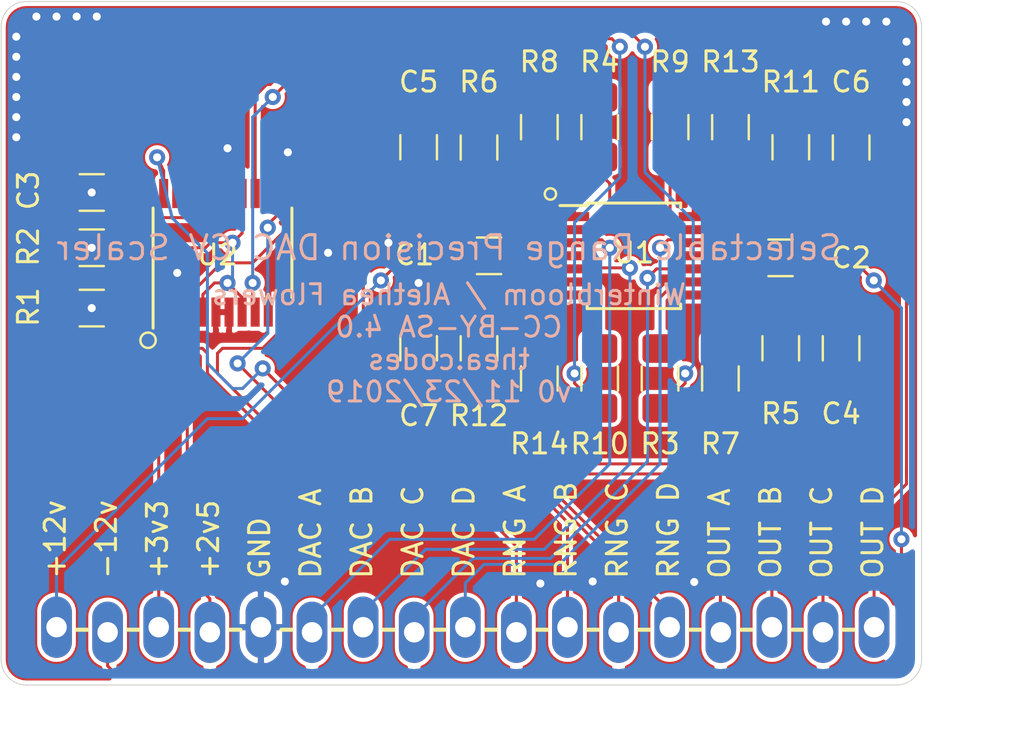
<source format=kicad_pcb>
(kicad_pcb (version 20171130) (host pcbnew "(5.1.2)-2")
  (layers (0 F.Cu signal) (31 B.Cu signal) (34 B.Paste user) (35 F.Paste user) (36 B.SilkS user) (37 F.SilkS user) (38 B.Mask user) (39 F.Mask user) (44 Edge.Cuts user))
  (net 0 "")
  (net 1 +12V)
  (net 2 -12V)
  (net 3 +3V3)
  (net 4 GND)
  (net 5 "Net-(C4-Pad2)")
  (net 6 OUT_C)
  (net 7 OUT_A)
  (net 8 "Net-(C5-Pad2)")
  (net 9 "Net-(C6-Pad2)")
  (net 10 OUT_D)
  (net 11 OUT_B)
  (net 12 "Net-(C7-Pad2)")
  (net 13 +2V5)
  (net 14 MID_RANGE_VREF)
  (net 15 RANGE_REF_C)
  (net 16 RANGE_REF_A)
  (net 17 "Net-(R7-Pad2)")
  (net 18 "Net-(R8-Pad2)")
  (net 19 RANGE_REF_D)
  (net 20 RANGE_REF_B)
  (net 21 "Net-(R13-Pad2)")
  (net 22 "Net-(R14-Pad2)")
  (net 23 DAC_A)
  (net 24 DAC_B)
  (net 25 DAC_C)
  (net 26 DAC_D)
  (net 27 RANGE_A)
  (net 28 RANGE_B)
  (net 29 RANGE_C)
  (net 30 "Net-(U2-Pad15)")
  (net 31 RANGE_D)
  (module "SF Connectors:1X20_LOCK_LONGPADS" (layer F.Cu) (at 123 102.25)
    (fp_text reference J1 hide)
    (fp_text value CONN_20LOCK_LONGPADS hide)
    (fp_line (start 39.624 0) (end 39.116 0) (layer F.SilkS) (width 0.2032))
    (fp_line (start 37.084 0) (end 36.576 0) (layer F.SilkS) (width 0.2032))
    (fp_line (start 34.544 0) (end 34.036 0) (layer F.SilkS) (width 0.2032))
    (fp_line (start 32.004 0) (end 31.496 0) (layer F.SilkS) (width 0.2032))
    (fp_line (start 29.464 0) (end 28.95346 0) (layer F.SilkS) (width 0.2032))
    (fp_line (start 26.924 0) (end 26.416 0) (layer F.SilkS) (width 0.2032))
    (fp_line (start 24.384 0) (end 23.876 0) (layer F.SilkS) (width 0.2032))
    (fp_line (start 21.844 0) (end 21.336 0) (layer F.SilkS) (width 0.2032))
    (fp_line (start 19.304 0) (end 18.796 0) (layer F.SilkS) (width 0.2032))
    (fp_line (start 16.764 0) (end 16.256 0) (layer F.SilkS) (width 0.2032))
    (fp_line (start 14.224 0) (end 13.716 0) (layer F.SilkS) (width 0.2032))
    (fp_line (start 11.684 0) (end 11.176 0) (layer F.SilkS) (width 0.2032))
    (fp_line (start 9.144 0) (end 8.636 0) (layer F.SilkS) (width 0.2032))
    (fp_line (start 6.604 0) (end 6.096 0) (layer F.SilkS) (width 0.2032))
    (fp_line (start 4.064 0) (end 3.556 0) (layer F.SilkS) (width 0.2032))
    (fp_line (start 1.524 0) (end 1.016 0) (layer F.SilkS) (width 0.2032))
    (pad 17 thru_hole oval (at 40.64 -0.127 180) (size 1.524 3.048) (drill 1.016) (layers *.Cu *.Mask) (net 10 OUT_D))
    (pad 16 thru_hole oval (at 38.1 0.127 180) (size 1.524 3.048) (drill 1.016) (layers *.Cu *.Mask) (net 6 OUT_C))
    (pad 15 thru_hole oval (at 35.56 -0.127 180) (size 1.524 3.048) (drill 1.016) (layers *.Cu *.Mask) (net 11 OUT_B))
    (pad 14 thru_hole oval (at 33.02 0.127 180) (size 1.524 3.048) (drill 1.016) (layers *.Cu *.Mask) (net 7 OUT_A))
    (pad 13 thru_hole oval (at 30.48 -0.127 180) (size 1.524 3.048) (drill 1.016) (layers *.Cu *.Mask) (net 31 RANGE_D))
    (pad 12 thru_hole oval (at 27.94 0.127 180) (size 1.524 3.048) (drill 1.016) (layers *.Cu *.Mask) (net 29 RANGE_C))
    (pad 11 thru_hole oval (at 25.4 -0.127 180) (size 1.524 3.048) (drill 1.016) (layers *.Cu *.Mask) (net 28 RANGE_B))
    (pad 10 thru_hole oval (at 22.86 0.127 180) (size 1.524 3.048) (drill 1.016) (layers *.Cu *.Mask) (net 27 RANGE_A))
    (pad 9 thru_hole oval (at 20.32 -0.127 180) (size 1.524 3.048) (drill 1.016) (layers *.Cu *.Mask) (net 26 DAC_D))
    (pad 8 thru_hole oval (at 17.78 0.127 180) (size 1.524 3.048) (drill 1.016) (layers *.Cu *.Mask) (net 25 DAC_C))
    (pad 7 thru_hole oval (at 15.24 -0.127 180) (size 1.524 3.048) (drill 1.016) (layers *.Cu *.Mask) (net 24 DAC_B))
    (pad 6 thru_hole oval (at 12.7 0.127 180) (size 1.524 3.048) (drill 1.016) (layers *.Cu *.Mask) (net 23 DAC_A))
    (pad 5 thru_hole oval (at 10.16 -0.127 180) (size 1.524 3.048) (drill 1.016) (layers *.Cu *.Mask) (net 4 GND))
    (pad 4 thru_hole oval (at 7.62 0.127 180) (size 1.524 3.048) (drill 1.016) (layers *.Cu *.Mask) (net 13 +2V5))
    (pad 3 thru_hole oval (at 5.08 -0.127 180) (size 1.524 3.048) (drill 1.016) (layers *.Cu *.Mask) (net 3 +3V3))
    (pad 2 thru_hole oval (at 2.54 0.127 180) (size 1.524 3.048) (drill 1.016) (layers *.Cu *.Mask) (net 2 -12V))
    (pad 1 thru_hole oval (at 0 -0.127 180) (size 1.524 3.048) (drill 1.016) (layers *.Cu *.Mask) (net 1 +12V))
  )
  (module Capacitor_SMD:C_1206_3216Metric_Pad1.42x1.75mm_HandSolder (layer F.Cu) (at 144.5 83.65 180)
    (fp_text reference C1 (at 3.7 0.05) (layer F.SilkS))
    (fp_text value 0.1uF)
    (fp_line (start -0.602064 0.91) (end 0.602064 0.91) (layer F.SilkS) (width 0.12))
    (fp_line (start -0.602064 -0.91) (end 0.602064 -0.91) (layer F.SilkS) (width 0.12))
    (pad 2 smd roundrect (at 1.4875 0 180) (size 1.425 1.75) (layers F.Cu F.Paste F.Mask) (roundrect_rratio 0.175439) (net 4 GND))
    (pad 1 smd roundrect (at -1.4875 0 180) (size 1.425 1.75) (layers F.Cu F.Paste F.Mask) (roundrect_rratio 0.175439) (net 1 +12V))
  )
  (module Capacitor_SMD:C_1206_3216Metric_Pad1.42x1.75mm_HandSolder (layer F.Cu) (at 158.9875 83.75 180)
    (fp_text reference C2 (at -3.5125 0) (layer F.SilkS))
    (fp_text value 0.1uF)
    (fp_line (start -0.602064 -0.91) (end 0.602064 -0.91) (layer F.SilkS) (width 0.12))
    (fp_line (start -0.602064 0.91) (end 0.602064 0.91) (layer F.SilkS) (width 0.12))
    (pad 1 smd roundrect (at -1.4875 0 180) (size 1.425 1.75) (layers F.Cu F.Paste F.Mask) (roundrect_rratio 0.175439) (net 4 GND))
    (pad 2 smd roundrect (at 1.4875 0 180) (size 1.425 1.75) (layers F.Cu F.Paste F.Mask) (roundrect_rratio 0.175439) (net 2 -12V))
  )
  (module Capacitor_SMD:C_1206_3216Metric_Pad1.42x1.75mm_HandSolder (layer F.Cu) (at 124.75 80.5 180)
    (fp_text reference C3 (at 3.15 0.1 90) (layer F.SilkS))
    (fp_text value 0.1uF)
    (fp_line (start -0.602064 -0.91) (end 0.602064 -0.91) (layer F.SilkS) (width 0.12))
    (fp_line (start -0.602064 0.91) (end 0.602064 0.91) (layer F.SilkS) (width 0.12))
    (pad 1 smd roundrect (at -1.4875 0 180) (size 1.425 1.75) (layers F.Cu F.Paste F.Mask) (roundrect_rratio 0.175439) (net 3 +3V3))
    (pad 2 smd roundrect (at 1.4875 0 180) (size 1.425 1.75) (layers F.Cu F.Paste F.Mask) (roundrect_rratio 0.175439) (net 4 GND))
  )
  (module Capacitor_SMD:C_1206_3216Metric_Pad1.42x1.75mm_HandSolder (layer F.Cu) (at 162 88.25 90)
    (fp_text reference C4 (at -3.25 0 180) (layer F.SilkS))
    (fp_text value 22pF)
    (fp_line (start -0.602064 0.91) (end 0.602064 0.91) (layer F.SilkS) (width 0.12))
    (fp_line (start -0.602064 -0.91) (end 0.602064 -0.91) (layer F.SilkS) (width 0.12))
    (pad 2 smd roundrect (at 1.4875 0 90) (size 1.425 1.75) (layers F.Cu F.Paste F.Mask) (roundrect_rratio 0.175439) (net 5 "Net-(C4-Pad2)"))
    (pad 1 smd roundrect (at -1.4875 0 90) (size 1.425 1.75) (layers F.Cu F.Paste F.Mask) (roundrect_rratio 0.175439) (net 6 OUT_C))
  )
  (module Capacitor_SMD:C_1206_3216Metric_Pad1.42x1.75mm_HandSolder (layer F.Cu) (at 141 78.25 270)
    (fp_text reference C5 (at -3.25 0 180) (layer F.SilkS))
    (fp_text value 22pF)
    (fp_line (start -0.602064 -0.91) (end 0.602064 -0.91) (layer F.SilkS) (width 0.12))
    (fp_line (start -0.602064 0.91) (end 0.602064 0.91) (layer F.SilkS) (width 0.12))
    (pad 1 smd roundrect (at -1.4875 0 270) (size 1.425 1.75) (layers F.Cu F.Paste F.Mask) (roundrect_rratio 0.175439) (net 7 OUT_A))
    (pad 2 smd roundrect (at 1.4875 0 270) (size 1.425 1.75) (layers F.Cu F.Paste F.Mask) (roundrect_rratio 0.175439) (net 8 "Net-(C5-Pad2)"))
  )
  (module Capacitor_SMD:C_1206_3216Metric_Pad1.42x1.75mm_HandSolder (layer F.Cu) (at 162.5 78.2625 270)
    (fp_text reference C6 (at -3.2625 0 180) (layer F.SilkS))
    (fp_text value 22pF)
    (fp_line (start -0.602064 0.91) (end 0.602064 0.91) (layer F.SilkS) (width 0.12))
    (fp_line (start -0.602064 -0.91) (end 0.602064 -0.91) (layer F.SilkS) (width 0.12))
    (pad 2 smd roundrect (at 1.4875 0 270) (size 1.425 1.75) (layers F.Cu F.Paste F.Mask) (roundrect_rratio 0.175439) (net 9 "Net-(C6-Pad2)"))
    (pad 1 smd roundrect (at -1.4875 0 270) (size 1.425 1.75) (layers F.Cu F.Paste F.Mask) (roundrect_rratio 0.175439) (net 10 OUT_D))
  )
  (module Capacitor_SMD:C_1206_3216Metric_Pad1.42x1.75mm_HandSolder (layer F.Cu) (at 141 88.25 90)
    (fp_text reference C7 (at -3.35 0 180) (layer F.SilkS))
    (fp_text value 22pF)
    (fp_line (start -0.602064 -0.91) (end 0.602064 -0.91) (layer F.SilkS) (width 0.12))
    (fp_line (start -0.602064 0.91) (end 0.602064 0.91) (layer F.SilkS) (width 0.12))
    (pad 1 smd roundrect (at -1.4875 0 90) (size 1.425 1.75) (layers F.Cu F.Paste F.Mask) (roundrect_rratio 0.175439) (net 11 OUT_B))
    (pad 2 smd roundrect (at 1.4875 0 90) (size 1.425 1.75) (layers F.Cu F.Paste F.Mask) (roundrect_rratio 0.175439) (net 12 "Net-(C7-Pad2)"))
  )
  (module Resistor_SMD:R_1206_3216Metric_Pad1.42x1.75mm_HandSolder (layer F.Cu) (at 124.75 86.25 180)
    (fp_text reference R1 (at 3.15 0.05 90) (layer F.SilkS))
    (fp_text value "4.70k 0.1%")
    (fp_line (start -0.602064 -0.91) (end 0.602064 -0.91) (layer F.SilkS) (width 0.12))
    (fp_line (start -0.602064 0.91) (end 0.602064 0.91) (layer F.SilkS) (width 0.12))
    (pad 1 smd roundrect (at -1.4875 0 180) (size 1.425 1.75) (layers F.Cu F.Paste F.Mask) (roundrect_rratio 0.175439) (net 13 +2V5))
    (pad 2 smd roundrect (at 1.4875 0 180) (size 1.425 1.75) (layers F.Cu F.Paste F.Mask) (roundrect_rratio 0.175439) (net 14 MID_RANGE_VREF))
  )
  (module Resistor_SMD:R_1206_3216Metric_Pad1.42x1.75mm_HandSolder (layer F.Cu) (at 124.75 83.25 180)
    (fp_text reference R2 (at 3.15 0.05 90) (layer F.SilkS))
    (fp_text value "9.1k 0.1%")
    (fp_line (start -0.602064 0.91) (end 0.602064 0.91) (layer F.SilkS) (width 0.12))
    (fp_line (start -0.602064 -0.91) (end 0.602064 -0.91) (layer F.SilkS) (width 0.12))
    (pad 2 smd roundrect (at 1.4875 0 180) (size 1.425 1.75) (layers F.Cu F.Paste F.Mask) (roundrect_rratio 0.175439) (net 4 GND))
    (pad 1 smd roundrect (at -1.4875 0 180) (size 1.425 1.75) (layers F.Cu F.Paste F.Mask) (roundrect_rratio 0.175439) (net 14 MID_RANGE_VREF))
  )
  (module Resistor_SMD:R_1206_3216Metric_Pad1.42x1.75mm_HandSolder (layer F.Cu) (at 153 89.75 270)
    (fp_text reference R3 (at 3.25 0 180) (layer F.SilkS))
    (fp_text value "2.94k 0.1%")
    (fp_line (start -0.602064 0.91) (end 0.602064 0.91) (layer F.SilkS) (width 0.12))
    (fp_line (start -0.602064 -0.91) (end 0.602064 -0.91) (layer F.SilkS) (width 0.12))
    (pad 2 smd roundrect (at 1.4875 0 270) (size 1.425 1.75) (layers F.Cu F.Paste F.Mask) (roundrect_rratio 0.175439) (net 15 RANGE_REF_C))
    (pad 1 smd roundrect (at -1.4875 0 270) (size 1.425 1.75) (layers F.Cu F.Paste F.Mask) (roundrect_rratio 0.175439) (net 5 "Net-(C4-Pad2)"))
  )
  (module Resistor_SMD:R_1206_3216Metric_Pad1.42x1.75mm_HandSolder (layer F.Cu) (at 150 77.25 90)
    (fp_text reference R4 (at 3.25 0 180) (layer F.SilkS))
    (fp_text value "2.94k 0.1%")
    (fp_line (start -0.602064 0.91) (end 0.602064 0.91) (layer F.SilkS) (width 0.12))
    (fp_line (start -0.602064 -0.91) (end 0.602064 -0.91) (layer F.SilkS) (width 0.12))
    (pad 2 smd roundrect (at 1.4875 0 90) (size 1.425 1.75) (layers F.Cu F.Paste F.Mask) (roundrect_rratio 0.175439) (net 16 RANGE_REF_A))
    (pad 1 smd roundrect (at -1.4875 0 90) (size 1.425 1.75) (layers F.Cu F.Paste F.Mask) (roundrect_rratio 0.175439) (net 8 "Net-(C5-Pad2)"))
  )
  (module Resistor_SMD:R_1206_3216Metric_Pad1.42x1.75mm_HandSolder (layer F.Cu) (at 159 88.25 90)
    (fp_text reference R5 (at -3.25 0 180) (layer F.SilkS))
    (fp_text value "8.87k 0.1%")
    (fp_line (start -0.602064 -0.91) (end 0.602064 -0.91) (layer F.SilkS) (width 0.12))
    (fp_line (start -0.602064 0.91) (end 0.602064 0.91) (layer F.SilkS) (width 0.12))
    (pad 1 smd roundrect (at -1.4875 0 90) (size 1.425 1.75) (layers F.Cu F.Paste F.Mask) (roundrect_rratio 0.175439) (net 6 OUT_C))
    (pad 2 smd roundrect (at 1.4875 0 90) (size 1.425 1.75) (layers F.Cu F.Paste F.Mask) (roundrect_rratio 0.175439) (net 5 "Net-(C4-Pad2)"))
  )
  (module Resistor_SMD:R_1206_3216Metric_Pad1.42x1.75mm_HandSolder (layer F.Cu) (at 144 78.2625 270)
    (fp_text reference R6 (at -3.2625 0 180) (layer F.SilkS))
    (fp_text value "8.87k 0.1%")
    (fp_line (start -0.602064 -0.91) (end 0.602064 -0.91) (layer F.SilkS) (width 0.12))
    (fp_line (start -0.602064 0.91) (end 0.602064 0.91) (layer F.SilkS) (width 0.12))
    (pad 1 smd roundrect (at -1.4875 0 270) (size 1.425 1.75) (layers F.Cu F.Paste F.Mask) (roundrect_rratio 0.175439) (net 7 OUT_A))
    (pad 2 smd roundrect (at 1.4875 0 270) (size 1.425 1.75) (layers F.Cu F.Paste F.Mask) (roundrect_rratio 0.175439) (net 8 "Net-(C5-Pad2)"))
  )
  (module Resistor_SMD:R_1206_3216Metric_Pad1.42x1.75mm_HandSolder (layer F.Cu) (at 156 89.75 90)
    (fp_text reference R7 (at -3.25 0 180) (layer F.SilkS))
    (fp_text value "1k 0.1%")
    (fp_line (start -0.602064 -0.91) (end 0.602064 -0.91) (layer F.SilkS) (width 0.12))
    (fp_line (start -0.602064 0.91) (end 0.602064 0.91) (layer F.SilkS) (width 0.12))
    (pad 1 smd roundrect (at -1.4875 0 90) (size 1.425 1.75) (layers F.Cu F.Paste F.Mask) (roundrect_rratio 0.175439) (net 6 OUT_C))
    (pad 2 smd roundrect (at 1.4875 0 90) (size 1.425 1.75) (layers F.Cu F.Paste F.Mask) (roundrect_rratio 0.175439) (net 17 "Net-(R7-Pad2)"))
  )
  (module Resistor_SMD:R_1206_3216Metric_Pad1.42x1.75mm_HandSolder (layer F.Cu) (at 147 77.25 90)
    (fp_text reference R8 (at 3.25 0 180) (layer F.SilkS))
    (fp_text value "1k 0.1%")
    (fp_line (start -0.602064 -0.91) (end 0.602064 -0.91) (layer F.SilkS) (width 0.12))
    (fp_line (start -0.602064 0.91) (end 0.602064 0.91) (layer F.SilkS) (width 0.12))
    (pad 1 smd roundrect (at -1.4875 0 90) (size 1.425 1.75) (layers F.Cu F.Paste F.Mask) (roundrect_rratio 0.175439) (net 7 OUT_A))
    (pad 2 smd roundrect (at 1.4875 0 90) (size 1.425 1.75) (layers F.Cu F.Paste F.Mask) (roundrect_rratio 0.175439) (net 18 "Net-(R8-Pad2)"))
  )
  (module Resistor_SMD:R_1206_3216Metric_Pad1.42x1.75mm_HandSolder (layer F.Cu) (at 153.5 77.25 90)
    (fp_text reference R9 (at 3.25 0 180) (layer F.SilkS))
    (fp_text value "2.94k 0.1%")
    (fp_line (start -0.602064 -0.91) (end 0.602064 -0.91) (layer F.SilkS) (width 0.12))
    (fp_line (start -0.602064 0.91) (end 0.602064 0.91) (layer F.SilkS) (width 0.12))
    (pad 1 smd roundrect (at -1.4875 0 90) (size 1.425 1.75) (layers F.Cu F.Paste F.Mask) (roundrect_rratio 0.175439) (net 9 "Net-(C6-Pad2)"))
    (pad 2 smd roundrect (at 1.4875 0 90) (size 1.425 1.75) (layers F.Cu F.Paste F.Mask) (roundrect_rratio 0.175439) (net 19 RANGE_REF_D))
  )
  (module Resistor_SMD:R_1206_3216Metric_Pad1.42x1.75mm_HandSolder (layer F.Cu) (at 150 89.75 270)
    (fp_text reference R10 (at 3.25 0 180) (layer F.SilkS))
    (fp_text value "2.94k 0.1%")
    (fp_line (start -0.602064 -0.91) (end 0.602064 -0.91) (layer F.SilkS) (width 0.12))
    (fp_line (start -0.602064 0.91) (end 0.602064 0.91) (layer F.SilkS) (width 0.12))
    (pad 1 smd roundrect (at -1.4875 0 270) (size 1.425 1.75) (layers F.Cu F.Paste F.Mask) (roundrect_rratio 0.175439) (net 12 "Net-(C7-Pad2)"))
    (pad 2 smd roundrect (at 1.4875 0 270) (size 1.425 1.75) (layers F.Cu F.Paste F.Mask) (roundrect_rratio 0.175439) (net 20 RANGE_REF_B))
  )
  (module Resistor_SMD:R_1206_3216Metric_Pad1.42x1.75mm_HandSolder (layer F.Cu) (at 159.5 78.25 270)
    (fp_text reference R11 (at -3.25 0 180) (layer F.SilkS))
    (fp_text value "8.87k 0.1%")
    (fp_line (start -0.602064 0.91) (end 0.602064 0.91) (layer F.SilkS) (width 0.12))
    (fp_line (start -0.602064 -0.91) (end 0.602064 -0.91) (layer F.SilkS) (width 0.12))
    (pad 2 smd roundrect (at 1.4875 0 270) (size 1.425 1.75) (layers F.Cu F.Paste F.Mask) (roundrect_rratio 0.175439) (net 9 "Net-(C6-Pad2)"))
    (pad 1 smd roundrect (at -1.4875 0 270) (size 1.425 1.75) (layers F.Cu F.Paste F.Mask) (roundrect_rratio 0.175439) (net 10 OUT_D))
  )
  (module Resistor_SMD:R_1206_3216Metric_Pad1.42x1.75mm_HandSolder (layer F.Cu) (at 144 88.25 90)
    (fp_text reference R12 (at -3.35 0 180) (layer F.SilkS))
    (fp_text value "8.87k 0.1%")
    (fp_line (start -0.602064 0.91) (end 0.602064 0.91) (layer F.SilkS) (width 0.12))
    (fp_line (start -0.602064 -0.91) (end 0.602064 -0.91) (layer F.SilkS) (width 0.12))
    (pad 2 smd roundrect (at 1.4875 0 90) (size 1.425 1.75) (layers F.Cu F.Paste F.Mask) (roundrect_rratio 0.175439) (net 12 "Net-(C7-Pad2)"))
    (pad 1 smd roundrect (at -1.4875 0 90) (size 1.425 1.75) (layers F.Cu F.Paste F.Mask) (roundrect_rratio 0.175439) (net 11 OUT_B))
  )
  (module Resistor_SMD:R_1206_3216Metric_Pad1.42x1.75mm_HandSolder (layer F.Cu) (at 156.5 77.25 270)
    (fp_text reference R13 (at -3.25 0 180) (layer F.SilkS))
    (fp_text value "1k 0.1%")
    (fp_line (start -0.602064 0.91) (end 0.602064 0.91) (layer F.SilkS) (width 0.12))
    (fp_line (start -0.602064 -0.91) (end 0.602064 -0.91) (layer F.SilkS) (width 0.12))
    (pad 2 smd roundrect (at 1.4875 0 270) (size 1.425 1.75) (layers F.Cu F.Paste F.Mask) (roundrect_rratio 0.175439) (net 21 "Net-(R13-Pad2)"))
    (pad 1 smd roundrect (at -1.4875 0 270) (size 1.425 1.75) (layers F.Cu F.Paste F.Mask) (roundrect_rratio 0.175439) (net 10 OUT_D))
  )
  (module Resistor_SMD:R_1206_3216Metric_Pad1.42x1.75mm_HandSolder (layer F.Cu) (at 147 89.75 90)
    (fp_text reference R14 (at -3.25 0 180) (layer F.SilkS))
    (fp_text value "1k 0.1%")
    (fp_line (start -0.602064 0.91) (end 0.602064 0.91) (layer F.SilkS) (width 0.12))
    (fp_line (start -0.602064 -0.91) (end 0.602064 -0.91) (layer F.SilkS) (width 0.12))
    (pad 2 smd roundrect (at 1.4875 0 90) (size 1.425 1.75) (layers F.Cu F.Paste F.Mask) (roundrect_rratio 0.175439) (net 22 "Net-(R14-Pad2)"))
    (pad 1 smd roundrect (at -1.4875 0 90) (size 1.425 1.75) (layers F.Cu F.Paste F.Mask) (roundrect_rratio 0.175439) (net 11 OUT_B))
  )
  (module Package_SO:TSSOP-14_4.4x5mm_P0.65mm (layer F.Cu) (at 151.7 83.65)
    (fp_text reference U1 (at 0 -0.15) (layer F.SilkS))
    (fp_text value OPA4180)
    (fp_line (start -2.325 -2.625) (end -2.325 -2.5) (layer F.SilkS) (width 0.15))
    (fp_line (start 2.325 -2.625) (end 2.325 -2.4) (layer F.SilkS) (width 0.15))
    (fp_line (start 2.325 2.625) (end 2.325 2.4) (layer F.SilkS) (width 0.15))
    (fp_line (start -2.325 2.625) (end -2.325 2.4) (layer F.SilkS) (width 0.15))
    (fp_line (start -2.325 -2.625) (end 2.325 -2.625) (layer F.SilkS) (width 0.15))
    (fp_line (start -2.325 2.625) (end 2.325 2.625) (layer F.SilkS) (width 0.15))
    (fp_line (start -2.325 -2.5) (end -3.675 -2.5) (layer F.SilkS) (width 0.15))
    (pad 1 smd rect (at -2.95 -1.95) (size 1.45 0.45) (layers F.Cu F.Paste F.Mask) (net 18 "Net-(R8-Pad2)"))
    (pad 2 smd rect (at -2.95 -1.3) (size 1.45 0.45) (layers F.Cu F.Paste F.Mask) (net 8 "Net-(C5-Pad2)"))
    (pad 3 smd rect (at -2.95 -0.65) (size 1.45 0.45) (layers F.Cu F.Paste F.Mask) (net 23 DAC_A))
    (pad 4 smd rect (at -2.95 0) (size 1.45 0.45) (layers F.Cu F.Paste F.Mask) (net 1 +12V))
    (pad 5 smd rect (at -2.95 0.65) (size 1.45 0.45) (layers F.Cu F.Paste F.Mask) (net 24 DAC_B))
    (pad 6 smd rect (at -2.95 1.3) (size 1.45 0.45) (layers F.Cu F.Paste F.Mask) (net 12 "Net-(C7-Pad2)"))
    (pad 7 smd rect (at -2.95 1.95) (size 1.45 0.45) (layers F.Cu F.Paste F.Mask) (net 22 "Net-(R14-Pad2)"))
    (pad 8 smd rect (at 2.95 1.95) (size 1.45 0.45) (layers F.Cu F.Paste F.Mask) (net 17 "Net-(R7-Pad2)"))
    (pad 9 smd rect (at 2.95 1.3) (size 1.45 0.45) (layers F.Cu F.Paste F.Mask) (net 5 "Net-(C4-Pad2)"))
    (pad 10 smd rect (at 2.95 0.65) (size 1.45 0.45) (layers F.Cu F.Paste F.Mask) (net 25 DAC_C))
    (pad 11 smd rect (at 2.95 0) (size 1.45 0.45) (layers F.Cu F.Paste F.Mask) (net 2 -12V))
    (pad 12 smd rect (at 2.95 -0.65) (size 1.45 0.45) (layers F.Cu F.Paste F.Mask) (net 26 DAC_D))
    (pad 13 smd rect (at 2.95 -1.3) (size 1.45 0.45) (layers F.Cu F.Paste F.Mask) (net 9 "Net-(C6-Pad2)"))
    (pad 14 smd rect (at 2.95 -1.95) (size 1.45 0.45) (layers F.Cu F.Paste F.Mask) (net 21 "Net-(R13-Pad2)"))
  )
  (module Package_SO:TSSOP-20_4.4x6.5mm_P0.65mm (layer F.Cu) (at 131.25 83.5 90)
    (fp_text reference U2 (at -0.1 -0.25 180) (layer F.SilkS))
    (fp_text value TMUX1134)
    (fp_line (start -2.225 3.45) (end 2.225 3.45) (layer F.SilkS) (width 0.15))
    (fp_line (start -3.75 -3.45) (end 2.225 -3.45) (layer F.SilkS) (width 0.15))
    (pad 1 smd rect (at -2.95 -2.925 90) (size 1.45 0.45) (layers F.Cu F.Paste F.Mask) (net 27 RANGE_A))
    (pad 2 smd rect (at -2.95 -2.275 90) (size 1.45 0.45) (layers F.Cu F.Paste F.Mask) (net 4 GND))
    (pad 3 smd rect (at -2.95 -1.625 90) (size 1.45 0.45) (layers F.Cu F.Paste F.Mask) (net 16 RANGE_REF_A))
    (pad 4 smd rect (at -2.95 -0.975 90) (size 1.45 0.45) (layers F.Cu F.Paste F.Mask) (net 14 MID_RANGE_VREF))
    (pad 5 smd rect (at -2.95 -0.325 90) (size 1.45 0.45) (layers F.Cu F.Paste F.Mask) (net 4 GND))
    (pad 6 smd rect (at -2.95 0.325 90) (size 1.45 0.45) (layers F.Cu F.Paste F.Mask) (net 4 GND))
    (pad 7 smd rect (at -2.95 0.975 90) (size 1.45 0.45) (layers F.Cu F.Paste F.Mask) (net 14 MID_RANGE_VREF))
    (pad 8 smd rect (at -2.95 1.625 90) (size 1.45 0.45) (layers F.Cu F.Paste F.Mask) (net 20 RANGE_REF_B))
    (pad 9 smd rect (at -2.95 2.275 90) (size 1.45 0.45) (layers F.Cu F.Paste F.Mask) (net 4 GND))
    (pad 10 smd rect (at -2.95 2.925 90) (size 1.45 0.45) (layers F.Cu F.Paste F.Mask) (net 28 RANGE_B))
    (pad 11 smd rect (at 2.95 2.925 90) (size 1.45 0.45) (layers F.Cu F.Paste F.Mask) (net 29 RANGE_C))
    (pad 12 smd rect (at 2.95 2.275 90) (size 1.45 0.45) (layers F.Cu F.Paste F.Mask) (net 4 GND))
    (pad 13 smd rect (at 2.95 1.625 90) (size 1.45 0.45) (layers F.Cu F.Paste F.Mask) (net 15 RANGE_REF_C))
    (pad 14 smd rect (at 2.95 0.975 90) (size 1.45 0.45) (layers F.Cu F.Paste F.Mask) (net 14 MID_RANGE_VREF))
    (pad 15 smd rect (at 2.95 0.325 90) (size 1.45 0.45) (layers F.Cu F.Paste F.Mask) (net 30 "Net-(U2-Pad15)"))
    (pad 16 smd rect (at 2.95 -0.325 90) (size 1.45 0.45) (layers F.Cu F.Paste F.Mask) (net 3 +3V3))
    (pad 17 smd rect (at 2.95 -0.975 90) (size 1.45 0.45) (layers F.Cu F.Paste F.Mask) (net 14 MID_RANGE_VREF))
    (pad 18 smd rect (at 2.95 -1.625 90) (size 1.45 0.45) (layers F.Cu F.Paste F.Mask) (net 19 RANGE_REF_D))
    (pad 19 smd rect (at 2.95 -2.275 90) (size 1.45 0.45) (layers F.Cu F.Paste F.Mask) (net 4 GND))
    (pad 20 smd rect (at 2.95 -2.925 90) (size 1.45 0.45) (layers F.Cu F.Paste F.Mask) (net 31 RANGE_D))
  )
  (gr_circle (center 127.55 87.85) (end 127.875 88.05) (layer F.SilkS) (width 0.12))
  (gr_circle (center 147.55 80.575) (end 147.75 80.775) (layer F.SilkS) (width 0.12))
  (gr_text "Winterbloom / Alethea Flowers\nCC-BY-SA 4.0\nthea.codes\nv0 11/23/2019" (at 142.5 88) (layer B.SilkS) (effects (font (size 1 1)) (justify mirror)))
  (gr_text "Selectable Range Precision DAC CV Scaler" (at 142.5 83.25) (layer B.SilkS) (effects (font (size 1.2 1.2)) (justify mirror)))
  (gr_arc (start 121.5 72.25) (end 121.5 71) (angle -90) (layer Edge.Cuts) (width 0.05))
  (gr_arc (start 164.75 72.25) (end 166 72.25) (angle -90) (layer Edge.Cuts) (width 0.05))
  (gr_arc (start 164.75 103.75) (end 164.75 105) (angle -90) (layer Edge.Cuts) (width 0.05))
  (gr_arc (start 121.5 103.75) (end 120.25 103.75) (angle -90) (layer Edge.Cuts) (width 0.05))
  (gr_text "OUT D" (at 163.5725 97.392857 90) (layer F.SilkS) (effects (font (size 1 1))))
  (gr_text "OUT C" (at 161.0325 97.392857 90) (layer F.SilkS) (effects (font (size 1 1))))
  (gr_text "OUT B" (at 158.4925 97.392857 90) (layer F.SilkS) (effects (font (size 1 1))))
  (gr_text "OUT A" (at 155.9525 97.464286 90) (layer F.SilkS) (effects (font (size 1 1))))
  (gr_text "RNG D" (at 153.4125 97.297619 90) (layer F.SilkS) (effects (font (size 1 1))))
  (gr_text "RNG C" (at 150.8725 97.297619 90) (layer F.SilkS) (effects (font (size 1 1))))
  (gr_text "RNG B" (at 148.3325 97.297619 90) (layer F.SilkS) (effects (font (size 1 1))))
  (gr_text "RNG A" (at 145.7925 97.369048 90) (layer F.SilkS) (effects (font (size 1 1))))
  (gr_text "DAC D" (at 143.2525 97.392857 90) (layer F.SilkS) (effects (font (size 1 1))))
  (gr_text "DAC C" (at 140.7125 97.392857 90) (layer F.SilkS) (effects (font (size 1 1))))
  (gr_text "DAC B" (at 138.1725 97.392857 90) (layer F.SilkS) (effects (font (size 1 1))))
  (gr_text "DAC A" (at 135.6325 97.464286 90) (layer F.SilkS) (effects (font (size 1 1))))
  (gr_text GND (at 133.0925 98.178572 90) (layer F.SilkS) (effects (font (size 1 1))))
  (gr_text +2v5 (at 130.5525 97.75 90) (layer F.SilkS) (effects (font (size 1 1))))
  (gr_text +3v3 (at 128.0125 97.75 90) (layer F.SilkS) (effects (font (size 1 1))))
  (gr_text -12v (at 125.4725 97.75 90) (layer F.SilkS) (effects (font (size 1 1))))
  (gr_text +12v (at 122.9325 97.75 90) (layer F.SilkS) (effects (font (size 1 1))))
  (gr_line (start 121.5 71) (end 164.75 71) (layer Edge.Cuts) (width 0.05))
  (gr_line (start 120.25 103.75) (end 120.25 72.25) (layer Edge.Cuts) (width 0.05))
  (gr_line (start 164.75 105) (end 121.5 105) (layer Edge.Cuts) (width 0.05))
  (gr_line (start 166 72.25) (end 166 103.75) (layer Edge.Cuts) (width 0.05))
  (via (at 131.5 78.3) (size 0.8) (drill 0.4) (layers F.Cu B.Cu) (net 4))
  (segment (start 145.9875 83.65) (end 148.75 83.65) (width 0.15) (layer F.Cu) (net 1))
  (segment (start 144.0875 81.75) (end 145.9875 83.65) (width 0.15) (layer F.Cu) (net 1))
  (segment (start 144.0875 81.75) (end 142.25 81.75) (width 0.15) (layer F.Cu) (net 1))
  (segment (start 142.25 81.75) (end 140.25 83.75) (width 0.15) (layer F.Cu) (net 1))
  (via (at 139.125 84.875) (size 0.8) (drill 0.4) (layers F.Cu B.Cu) (net 1))
  (segment (start 132.25 91.75) (end 139.125 84.875) (width 0.15) (layer B.Cu) (net 1))
  (segment (start 130.5 91.75) (end 132.25 91.75) (width 0.15) (layer B.Cu) (net 1))
  (segment (start 140.25 83.75) (end 139.125 84.875) (width 0.15) (layer F.Cu) (net 1))
  (segment (start 139.125 84.875) (end 139 85) (width 0.15) (layer F.Cu) (net 1))
  (segment (start 123 99.25) (end 123 102.123) (width 0.15) (layer B.Cu) (net 1))
  (segment (start 126.75 95.5) (end 123 99.25) (width 0.15) (layer B.Cu) (net 1))
  (segment (start 126.5 95.75) (end 126.75 95.5) (width 0.15) (layer B.Cu) (net 1))
  (segment (start 126.75 95.5) (end 130.5 91.75) (width 0.15) (layer B.Cu) (net 1))
  (segment (start 157.4 83.65) (end 157.5 83.75) (width 0.15) (layer F.Cu) (net 2))
  (segment (start 154.65 83.65) (end 157.4 83.65) (width 0.15) (layer F.Cu) (net 2))
  (segment (start 125.54 104.051) (end 125.989 104.5) (width 0.15) (layer F.Cu) (net 2))
  (segment (start 125.54 102.377) (end 125.54 104.051) (width 0.15) (layer F.Cu) (net 2))
  (via (at 165 97.75) (size 0.8) (drill 0.4) (layers F.Cu B.Cu) (net 2))
  (segment (start 165 103.481066) (end 165 97.75) (width 0.15) (layer F.Cu) (net 2))
  (segment (start 125.989 104.5) (end 163.981066 104.5) (width 0.15) (layer F.Cu) (net 2))
  (segment (start 163.981066 104.5) (end 165 103.481066) (width 0.15) (layer F.Cu) (net 2))
  (via (at 163.625 84.875) (size 0.8) (drill 0.4) (layers F.Cu B.Cu) (net 2))
  (segment (start 165 97.75) (end 165 86.25) (width 0.15) (layer B.Cu) (net 2))
  (segment (start 165 86.25) (end 163.625 84.875) (width 0.15) (layer B.Cu) (net 2))
  (segment (start 162.5 83.75) (end 163.625 84.875) (width 0.15) (layer F.Cu) (net 2))
  (segment (start 160.5 81.75) (end 162.5 83.75) (width 0.15) (layer F.Cu) (net 2))
  (segment (start 158.525 81.75) (end 160.5 81.75) (width 0.15) (layer F.Cu) (net 2))
  (segment (start 157.5 83.75) (end 157.5 82.775) (width 0.15) (layer F.Cu) (net 2))
  (segment (start 157.5 82.775) (end 158.525 81.75) (width 0.15) (layer F.Cu) (net 2))
  (segment (start 126.2375 80.5) (end 127.4875 81.75) (width 0.15) (layer F.Cu) (net 3))
  (segment (start 130.925 81.425) (end 130.925 80.55) (width 0.15) (layer F.Cu) (net 3))
  (segment (start 130.6 81.75) (end 130.925 81.425) (width 0.15) (layer F.Cu) (net 3))
  (segment (start 127.4875 81.75) (end 130.6 81.75) (width 0.15) (layer F.Cu) (net 3))
  (segment (start 124.7375 79) (end 126.2375 80.5) (width 0.15) (layer F.Cu) (net 3))
  (segment (start 122.25 79) (end 124.7375 79) (width 0.15) (layer F.Cu) (net 3))
  (segment (start 128.08 90.58) (end 125.5 88) (width 0.15) (layer F.Cu) (net 3))
  (segment (start 128.08 102.123) (end 128.08 90.58) (width 0.15) (layer F.Cu) (net 3))
  (segment (start 125.5 88) (end 121.75 88) (width 0.15) (layer F.Cu) (net 3))
  (segment (start 121.75 88) (end 121.25 87.5) (width 0.15) (layer F.Cu) (net 3))
  (segment (start 121.25 87.5) (end 121.25 80) (width 0.15) (layer F.Cu) (net 3))
  (segment (start 121.25 80) (end 122.25 79) (width 0.15) (layer F.Cu) (net 3))
  (via (at 165.25 73) (size 0.8) (drill 0.4) (layers F.Cu B.Cu) (net 4))
  (via (at 165.25 74) (size 0.8) (drill 0.4) (layers F.Cu B.Cu) (net 4))
  (via (at 165.25 75) (size 0.8) (drill 0.4) (layers F.Cu B.Cu) (net 4))
  (via (at 165.25 76) (size 0.8) (drill 0.4) (layers F.Cu B.Cu) (net 4))
  (via (at 165.25 77) (size 0.8) (drill 0.4) (layers F.Cu B.Cu) (net 4))
  (via (at 121 72.75) (size 0.8) (drill 0.4) (layers F.Cu B.Cu) (net 4))
  (via (at 121 73.75) (size 0.8) (drill 0.4) (layers F.Cu B.Cu) (net 4))
  (via (at 121 74.75) (size 0.8) (drill 0.4) (layers F.Cu B.Cu) (net 4))
  (via (at 121 75.75) (size 0.8) (drill 0.4) (layers F.Cu B.Cu) (net 4))
  (via (at 121 76.75) (size 0.8) (drill 0.4) (layers F.Cu B.Cu) (net 4))
  (via (at 121 77.75) (size 0.8) (drill 0.4) (layers F.Cu B.Cu) (net 4))
  (via (at 136.5 83.5) (size 0.8) (drill 0.4) (layers F.Cu B.Cu) (net 4))
  (via (at 141 85) (size 0.8) (drill 0.4) (layers F.Cu B.Cu) (net 4))
  (via (at 139.5 83) (size 0.8) (drill 0.4) (layers F.Cu B.Cu) (net 4))
  (via (at 124.75 80.5) (size 0.8) (drill 0.4) (layers F.Cu B.Cu) (net 4))
  (via (at 124.75 83.25) (size 0.8) (drill 0.4) (layers F.Cu B.Cu) (net 4))
  (via (at 124.75 86.25) (size 0.8) (drill 0.4) (layers F.Cu B.Cu) (net 4))
  (via (at 129 84.5) (size 0.8) (drill 0.4) (layers F.Cu B.Cu) (net 4))
  (via (at 134.5 78.5) (size 0.8) (drill 0.4) (layers F.Cu B.Cu) (net 4))
  (via (at 122 71.75) (size 0.8) (drill 0.4) (layers F.Cu B.Cu) (net 4))
  (via (at 123 71.75) (size 0.8) (drill 0.4) (layers F.Cu B.Cu) (net 4))
  (via (at 124 71.75) (size 0.8) (drill 0.4) (layers F.Cu B.Cu) (net 4))
  (via (at 164.25 72) (size 0.8) (drill 0.4) (layers F.Cu B.Cu) (net 4))
  (via (at 163.25 72) (size 0.8) (drill 0.4) (layers F.Cu B.Cu) (net 4))
  (via (at 162.25 72) (size 0.8) (drill 0.4) (layers F.Cu B.Cu) (net 4))
  (via (at 161.25 72) (size 0.8) (drill 0.4) (layers F.Cu B.Cu) (net 4))
  (via (at 125 71.75) (size 0.8) (drill 0.4) (layers F.Cu B.Cu) (net 4))
  (via (at 147.05 99.95) (size 0.8) (drill 0.4) (layers F.Cu B.Cu) (net 4))
  (via (at 149.65 99.85) (size 0.8) (drill 0.4) (layers F.Cu B.Cu) (net 4))
  (via (at 154.7 99.875) (size 0.8) (drill 0.4) (layers F.Cu B.Cu) (net 4))
  (via (at 134.35 99.85) (size 0.8) (drill 0.4) (layers F.Cu B.Cu) (net 4))
  (segment (start 153.775 84.95) (end 154.65 84.95) (width 0.15) (layer F.Cu) (net 5))
  (segment (start 153 85.725) (end 153.775 84.95) (width 0.15) (layer F.Cu) (net 5))
  (segment (start 153 88.2625) (end 153 85.725) (width 0.15) (layer F.Cu) (net 5))
  (segment (start 162 86.7625) (end 159 86.7625) (width 0.15) (layer F.Cu) (net 5))
  (segment (start 159 86.7625) (end 157.3375 86.7625) (width 0.15) (layer F.Cu) (net 5))
  (segment (start 155.525 84.95) (end 154.65 84.95) (width 0.15) (layer F.Cu) (net 5))
  (segment (start 157.3375 86.7625) (end 155.525 84.95) (width 0.15) (layer F.Cu) (net 5))
  (segment (start 157.5 91.2375) (end 159 89.7375) (width 0.15) (layer F.Cu) (net 6))
  (segment (start 156 91.2375) (end 157.5 91.2375) (width 0.15) (layer F.Cu) (net 6))
  (segment (start 162 89.7375) (end 159 89.7375) (width 0.15) (layer F.Cu) (net 6))
  (segment (start 161.1 95.15) (end 161.1 102.377) (width 0.15) (layer F.Cu) (net 6))
  (segment (start 162 94.25) (end 161.1 95.15) (width 0.15) (layer F.Cu) (net 6))
  (segment (start 162 89.7375) (end 162 94.25) (width 0.15) (layer F.Cu) (net 6))
  (segment (start 141.0125 76.775) (end 141 76.7625) (width 0.15) (layer F.Cu) (net 7))
  (segment (start 144 76.775) (end 141.0125 76.775) (width 0.15) (layer F.Cu) (net 7))
  (segment (start 145.0375 76.775) (end 147 78.7375) (width 0.15) (layer F.Cu) (net 7))
  (segment (start 144 76.775) (end 145.0375 76.775) (width 0.15) (layer F.Cu) (net 7))
  (segment (start 141.75 94.5) (end 138.25 91) (width 0.15) (layer F.Cu) (net 7))
  (segment (start 156 101.595) (end 156 95.5) (width 0.15) (layer F.Cu) (net 7))
  (segment (start 156.02 101.615) (end 156 101.595) (width 0.15) (layer F.Cu) (net 7))
  (segment (start 156.02 102.377) (end 156.02 101.615) (width 0.15) (layer F.Cu) (net 7))
  (segment (start 155 94.5) (end 141.75 94.5) (width 0.15) (layer F.Cu) (net 7))
  (segment (start 138.25 78.5375) (end 138.25 82.75) (width 0.15) (layer F.Cu) (net 7))
  (segment (start 156 95.5) (end 155 94.5) (width 0.15) (layer F.Cu) (net 7))
  (segment (start 140.228653 77.533847) (end 141 76.7625) (width 0.15) (layer F.Cu) (net 7))
  (segment (start 138.25 82.75) (end 138.25 91) (width 0.15) (layer F.Cu) (net 7))
  (segment (start 140.025 76.7625) (end 138.25 78.5375) (width 0.15) (layer F.Cu) (net 7))
  (segment (start 141 76.7625) (end 140.025 76.7625) (width 0.15) (layer F.Cu) (net 7))
  (segment (start 150 79.55) (end 150.5 80.05) (width 0.15) (layer F.Cu) (net 8))
  (segment (start 150 78.7375) (end 150 79.55) (width 0.15) (layer F.Cu) (net 8))
  (segment (start 149.625 82.35) (end 148.75 82.35) (width 0.15) (layer F.Cu) (net 8))
  (segment (start 150.5 81.475) (end 149.625 82.35) (width 0.15) (layer F.Cu) (net 8))
  (segment (start 150.5 80.05) (end 150.5 81.475) (width 0.15) (layer F.Cu) (net 8))
  (segment (start 147.875 82.35) (end 147 81.475) (width 0.15) (layer F.Cu) (net 8))
  (segment (start 148.75 82.35) (end 147.875 82.35) (width 0.15) (layer F.Cu) (net 8))
  (segment (start 147 81.475) (end 147 80.75) (width 0.15) (layer F.Cu) (net 8))
  (segment (start 146 79.75) (end 144 79.75) (width 0.15) (layer F.Cu) (net 8))
  (segment (start 147 80.75) (end 146 79.75) (width 0.15) (layer F.Cu) (net 8))
  (segment (start 141.0125 79.75) (end 141 79.7375) (width 0.15) (layer F.Cu) (net 8))
  (segment (start 144 79.75) (end 141.0125 79.75) (width 0.15) (layer F.Cu) (net 8))
  (segment (start 158.4875 80.75) (end 159.5 79.7375) (width 0.15) (layer F.Cu) (net 9))
  (segment (start 156.5 80.75) (end 158.4875 80.75) (width 0.15) (layer F.Cu) (net 9))
  (segment (start 156 81.25) (end 156.5 80.75) (width 0.15) (layer F.Cu) (net 9))
  (segment (start 156 81.875) (end 156 81.25) (width 0.15) (layer F.Cu) (net 9))
  (segment (start 154.65 82.35) (end 155.525 82.35) (width 0.15) (layer F.Cu) (net 9))
  (segment (start 155.525 82.35) (end 156 81.875) (width 0.15) (layer F.Cu) (net 9))
  (segment (start 159.5125 79.75) (end 159.5 79.7375) (width 0.15) (layer F.Cu) (net 9))
  (segment (start 162.5 79.75) (end 159.5125 79.75) (width 0.15) (layer F.Cu) (net 9))
  (segment (start 153.775 82.35) (end 154.65 82.35) (width 0.15) (layer F.Cu) (net 9))
  (segment (start 153.5 82.075) (end 153.775 82.35) (width 0.15) (layer F.Cu) (net 9))
  (segment (start 153.5 78.7375) (end 153.5 82.075) (width 0.15) (layer F.Cu) (net 9))
  (segment (start 158.525 76.7625) (end 159.5 76.7625) (width 0.15) (layer F.Cu) (net 10))
  (segment (start 156.6875 76.7625) (end 158.525 76.7625) (width 0.15) (layer F.Cu) (net 10))
  (segment (start 156.5 76.575) (end 156.6875 76.7625) (width 0.15) (layer F.Cu) (net 10))
  (segment (start 156.5 75.7625) (end 156.5 76.575) (width 0.15) (layer F.Cu) (net 10))
  (segment (start 162.4875 76.7625) (end 162.5 76.775) (width 0.15) (layer F.Cu) (net 10))
  (segment (start 159.5 76.7625) (end 162.4875 76.7625) (width 0.15) (layer F.Cu) (net 10))
  (segment (start 163.475 76.775) (end 165.25 78.55) (width 0.15) (layer F.Cu) (net 10))
  (segment (start 162.5 76.775) (end 163.475 76.775) (width 0.15) (layer F.Cu) (net 10))
  (segment (start 165.25 78.55) (end 165.25 82.75) (width 0.15) (layer F.Cu) (net 10))
  (segment (start 163.64 102.123) (end 163.64 96.61) (width 0.15) (layer F.Cu) (net 10))
  (segment (start 165.25 95) (end 165.25 94.25) (width 0.15) (layer F.Cu) (net 10))
  (segment (start 163.64 96.61) (end 165.25 95) (width 0.15) (layer F.Cu) (net 10))
  (segment (start 165.25 82.75) (end 165.25 94.25) (width 0.15) (layer F.Cu) (net 10))
  (segment (start 165.25 94.25) (end 165.25 94.5) (width 0.15) (layer F.Cu) (net 10))
  (segment (start 144.975 89.7375) (end 144 89.7375) (width 0.15) (layer F.Cu) (net 11))
  (segment (start 146.3125 89.7375) (end 144.975 89.7375) (width 0.15) (layer F.Cu) (net 11))
  (segment (start 147 90.425) (end 146.3125 89.7375) (width 0.15) (layer F.Cu) (net 11))
  (segment (start 147 91.2375) (end 147 90.425) (width 0.15) (layer F.Cu) (net 11))
  (segment (start 144 89.7375) (end 141 89.7375) (width 0.15) (layer F.Cu) (net 11))
  (segment (start 158.56 102.123) (end 158.56 96.81) (width 0.15) (layer F.Cu) (net 11))
  (segment (start 158.56 96.81) (end 155.75 94) (width 0.15) (layer F.Cu) (net 11))
  (segment (start 149.7625 94) (end 147 91.2375) (width 0.15) (layer F.Cu) (net 11))
  (segment (start 147.771347 92.008847) (end 147 91.2375) (width 0.15) (layer F.Cu) (net 11))
  (segment (start 155.75 94) (end 149.7625 94) (width 0.15) (layer F.Cu) (net 11))
  (segment (start 149.625 84.95) (end 148.75 84.95) (width 0.15) (layer F.Cu) (net 12))
  (segment (start 150 85.325) (end 149.625 84.95) (width 0.15) (layer F.Cu) (net 12))
  (segment (start 150 88.2625) (end 150 85.325) (width 0.15) (layer F.Cu) (net 12))
  (segment (start 144 86.7625) (end 141 86.7625) (width 0.15) (layer F.Cu) (net 12))
  (segment (start 144 86.7625) (end 145.9875 86.7625) (width 0.15) (layer F.Cu) (net 12))
  (segment (start 147.8 84.95) (end 148.75 84.95) (width 0.15) (layer F.Cu) (net 12))
  (segment (start 145.9875 86.7625) (end 147.8 84.95) (width 0.15) (layer F.Cu) (net 12))
  (segment (start 130.62 100.703) (end 129.5 99.583) (width 0.15) (layer F.Cu) (net 13))
  (segment (start 130.62 102.377) (end 130.62 100.703) (width 0.15) (layer F.Cu) (net 13))
  (segment (start 129.5 89.5125) (end 126.2375 86.25) (width 0.15) (layer F.Cu) (net 13))
  (segment (start 129.5 99.583) (end 129.5 89.5125) (width 0.15) (layer F.Cu) (net 13))
  (segment (start 126.2375 83.275) (end 126.2375 83.25) (width 0.15) (layer F.Cu) (net 14))
  (segment (start 123.2625 86.25) (end 126.2375 83.275) (width 0.15) (layer F.Cu) (net 14))
  (segment (start 132.225 80.55) (end 132.225 79.475) (width 0.15) (layer F.Cu) (net 14))
  (segment (start 130.275 79.675) (end 130.275 80.55) (width 0.15) (layer F.Cu) (net 14))
  (segment (start 130.475 79.475) (end 130.275 79.675) (width 0.15) (layer F.Cu) (net 14))
  (segment (start 132.225 79.475) (end 130.475 79.475) (width 0.15) (layer F.Cu) (net 14))
  (via (at 131.75 83) (size 0.8) (drill 0.4) (layers F.Cu B.Cu) (net 14))
  (segment (start 132.225 80.55) (end 132.225 82.525) (width 0.15) (layer F.Cu) (net 14))
  (segment (start 132.225 82.525) (end 131.75 83) (width 0.15) (layer F.Cu) (net 14))
  (via (at 131.5 85) (size 0.8) (drill 0.4) (layers F.Cu B.Cu) (net 14))
  (segment (start 131.75 83) (end 131.75 84.75) (width 0.15) (layer B.Cu) (net 14))
  (segment (start 131.75 84.75) (end 131.5 85) (width 0.15) (layer B.Cu) (net 14))
  (segment (start 132.225 85.725) (end 132.225 86.45) (width 0.15) (layer F.Cu) (net 14))
  (segment (start 131.5 85) (end 132.225 85.725) (width 0.15) (layer F.Cu) (net 14))
  (segment (start 130.275 85.575) (end 130.275 86.45) (width 0.15) (layer F.Cu) (net 14))
  (segment (start 130.85 85) (end 130.275 85.575) (width 0.15) (layer F.Cu) (net 14))
  (segment (start 131.5 85) (end 130.85 85) (width 0.15) (layer F.Cu) (net 14))
  (segment (start 132.225 81.425) (end 132.225 80.55) (width 0.15) (layer F.Cu) (net 14))
  (segment (start 126.2375 83.25) (end 130.4 83.25) (width 0.15) (layer F.Cu) (net 14))
  (segment (start 130.65 83) (end 131.75 83) (width 0.15) (layer F.Cu) (net 14))
  (segment (start 130.4 83.25) (end 130.65 83) (width 0.15) (layer F.Cu) (net 14))
  (segment (start 153 91.75) (end 153 91.2375) (width 0.15) (layer F.Cu) (net 15))
  (via (at 154.25 89.5) (size 0.8) (drill 0.4) (layers F.Cu B.Cu) (net 15))
  (segment (start 153 91.2375) (end 154.25 89.9875) (width 0.15) (layer F.Cu) (net 15))
  (segment (start 154.25 89.9875) (end 154.25 89.5) (width 0.15) (layer F.Cu) (net 15))
  (segment (start 154.649999 89.100001) (end 154.649999 81.899999) (width 0.15) (layer B.Cu) (net 15))
  (segment (start 154.25 89.5) (end 154.649999 89.100001) (width 0.15) (layer B.Cu) (net 15))
  (via (at 152.25 73.25) (size 0.8) (drill 0.4) (layers F.Cu B.Cu) (net 15))
  (segment (start 154.649999 81.899999) (end 152.25 79.5) (width 0.15) (layer B.Cu) (net 15))
  (segment (start 152.25 79.5) (end 152.25 73.25) (width 0.15) (layer B.Cu) (net 15))
  (segment (start 152.25 73.25) (end 151.25 72.25) (width 0.15) (layer F.Cu) (net 15))
  (segment (start 151.25 72.25) (end 136.5 72.25) (width 0.15) (layer F.Cu) (net 15))
  (segment (start 133.449998 75.124998) (end 132.875 75.699996) (width 0.15) (layer F.Cu) (net 15))
  (segment (start 132.875 75.699996) (end 132.875 79.675) (width 0.15) (layer F.Cu) (net 15))
  (segment (start 133.625002 75.124998) (end 133.449998 75.124998) (width 0.15) (layer F.Cu) (net 15))
  (segment (start 136.5 72.25) (end 133.625002 75.124998) (width 0.15) (layer F.Cu) (net 15))
  (segment (start 132.875 79.675) (end 132.875 80.55) (width 0.15) (layer F.Cu) (net 15))
  (segment (start 150 75.7625) (end 150 74.95) (width 0.15) (layer F.Cu) (net 16))
  (segment (start 132.75 84) (end 131.2 84) (width 0.15) (layer F.Cu) (net 16))
  (segment (start 150 75.7625) (end 147.4875 73.25) (width 0.15) (layer F.Cu) (net 16))
  (segment (start 131.2 84) (end 129.625 85.575) (width 0.15) (layer F.Cu) (net 16))
  (segment (start 129.625 85.575) (end 129.625 86.45) (width 0.15) (layer F.Cu) (net 16))
  (segment (start 136.5 80.25) (end 132.75 84) (width 0.15) (layer F.Cu) (net 16))
  (segment (start 136.5 73.424278) (end 136.5 80.25) (width 0.15) (layer F.Cu) (net 16))
  (segment (start 136.674279 73.25) (end 136.5 73.424278) (width 0.15) (layer F.Cu) (net 16))
  (segment (start 147.4875 73.25) (end 136.674279 73.25) (width 0.15) (layer F.Cu) (net 16))
  (segment (start 155.15 85.6) (end 154.65 85.6) (width 0.15) (layer F.Cu) (net 17))
  (segment (start 156 86.45) (end 155.15 85.6) (width 0.15) (layer F.Cu) (net 17))
  (segment (start 156 88.2625) (end 156 86.45) (width 0.15) (layer F.Cu) (net 17))
  (segment (start 148.75 77.5125) (end 147 75.7625) (width 0.15) (layer F.Cu) (net 18))
  (segment (start 148.75 81.7) (end 148.75 77.5125) (width 0.15) (layer F.Cu) (net 18))
  (segment (start 152.25 71.75) (end 136.5 71.75) (width 0.15) (layer F.Cu) (net 19))
  (segment (start 133.32573 74.824987) (end 129.625 78.525717) (width 0.15) (layer F.Cu) (net 19))
  (segment (start 136.5 71.75) (end 133.425013 74.824987) (width 0.15) (layer F.Cu) (net 19))
  (segment (start 133.425013 74.824987) (end 133.32573 74.824987) (width 0.15) (layer F.Cu) (net 19))
  (segment (start 129.625 79.675) (end 129.625 80.55) (width 0.15) (layer F.Cu) (net 19))
  (segment (start 129.625 78.525717) (end 129.625 79.675) (width 0.15) (layer F.Cu) (net 19))
  (segment (start 153.5 75.7625) (end 153.5 73) (width 0.15) (layer F.Cu) (net 19))
  (segment (start 153.5 73) (end 152.25 71.75) (width 0.15) (layer F.Cu) (net 19))
  (segment (start 149.9875 91.2375) (end 150 91.2375) (width 0.15) (layer F.Cu) (net 20))
  (via (at 148.75 89.5) (size 0.8) (drill 0.4) (layers F.Cu B.Cu) (net 20))
  (segment (start 150 91.2375) (end 148.75 89.9875) (width 0.15) (layer F.Cu) (net 20))
  (segment (start 148.75 89.9875) (end 148.75 89.5) (width 0.15) (layer F.Cu) (net 20))
  (segment (start 148.75 89.5) (end 148.75 82) (width 0.15) (layer B.Cu) (net 20))
  (via (at 151 73.25) (size 0.8) (drill 0.4) (layers F.Cu B.Cu) (net 20))
  (segment (start 148.75 82) (end 151 79.75) (width 0.15) (layer B.Cu) (net 20))
  (segment (start 151 79.75) (end 151 73.25) (width 0.15) (layer B.Cu) (net 20))
  (via (at 133.75 75.75) (size 0.8) (drill 0.4) (layers F.Cu B.Cu) (net 20))
  (via (at 132.75 85) (size 0.8) (drill 0.4) (layers F.Cu B.Cu) (net 20))
  (segment (start 133.75 75.75) (end 132.75 76.75) (width 0.15) (layer B.Cu) (net 20))
  (segment (start 132.75 76.75) (end 132.75 85) (width 0.15) (layer B.Cu) (net 20))
  (segment (start 132.75 86.325) (end 132.875 86.45) (width 0.15) (layer F.Cu) (net 20))
  (segment (start 132.75 85) (end 132.75 86.325) (width 0.15) (layer F.Cu) (net 20))
  (segment (start 150.600001 72.850001) (end 151 73.25) (width 0.15) (layer F.Cu) (net 20))
  (segment (start 136.649999 72.850001) (end 150.600001 72.850001) (width 0.15) (layer F.Cu) (net 20))
  (segment (start 133.75 75.75) (end 136.649999 72.850001) (width 0.15) (layer F.Cu) (net 20))
  (segment (start 154.65 80.5875) (end 156.5 78.7375) (width 0.15) (layer F.Cu) (net 21))
  (segment (start 154.65 81.7) (end 154.65 80.5875) (width 0.15) (layer F.Cu) (net 21))
  (segment (start 148.25 85.6) (end 148.75 85.6) (width 0.15) (layer F.Cu) (net 22))
  (segment (start 147 86.85) (end 148.25 85.6) (width 0.15) (layer F.Cu) (net 22))
  (segment (start 147 88.2625) (end 147 86.85) (width 0.15) (layer F.Cu) (net 22))
  (via (at 150.5 83.25) (size 0.8) (drill 0.4) (layers F.Cu B.Cu) (net 23))
  (segment (start 148.899999 82.850001) (end 148.75 83) (width 0.15) (layer F.Cu) (net 23))
  (segment (start 150.100001 82.850001) (end 148.899999 82.850001) (width 0.15) (layer F.Cu) (net 23))
  (segment (start 150.5 83.25) (end 150.100001 82.850001) (width 0.15) (layer F.Cu) (net 23))
  (segment (start 135.7 101.615) (end 135.7 102.377) (width 0.15) (layer B.Cu) (net 23))
  (segment (start 139.565 97.75) (end 135.7 101.615) (width 0.15) (layer B.Cu) (net 23))
  (segment (start 146.75 97.75) (end 139.565 97.75) (width 0.15) (layer B.Cu) (net 23))
  (segment (start 150.5 94) (end 146.75 97.75) (width 0.15) (layer B.Cu) (net 23))
  (segment (start 150.5 83.25) (end 150.5 94) (width 0.15) (layer B.Cu) (net 23))
  (via (at 151.5 84.25) (size 0.8) (drill 0.4) (layers F.Cu B.Cu) (net 24))
  (segment (start 148.8 84.25) (end 148.75 84.3) (width 0.15) (layer F.Cu) (net 24))
  (segment (start 151.5 84.25) (end 148.8 84.25) (width 0.15) (layer F.Cu) (net 24))
  (segment (start 151.5 84.25) (end 151.5 89.5) (width 0.15) (layer B.Cu) (net 24))
  (segment (start 151.5 89.5) (end 151.5 89.62499) (width 0.15) (layer B.Cu) (net 24))
  (segment (start 138.24 101.361) (end 141.351 98.25) (width 0.15) (layer B.Cu) (net 24))
  (segment (start 138.24 102.123) (end 138.24 101.361) (width 0.15) (layer B.Cu) (net 24))
  (segment (start 141.351 98.25) (end 147.25 98.25) (width 0.15) (layer B.Cu) (net 24))
  (segment (start 151.5 94) (end 151.5 93.75) (width 0.15) (layer B.Cu) (net 24))
  (segment (start 147.25 98.25) (end 151.5 94) (width 0.15) (layer B.Cu) (net 24))
  (segment (start 151.5 89.5) (end 151.5 93.75) (width 0.15) (layer B.Cu) (net 24))
  (segment (start 152.82499 84.3) (end 152.774989 84.350001) (width 0.15) (layer F.Cu) (net 25))
  (segment (start 152.774989 84.350001) (end 152.37499 84.75) (width 0.15) (layer F.Cu) (net 25))
  (segment (start 154.65 84.3) (end 152.82499 84.3) (width 0.15) (layer F.Cu) (net 25))
  (via (at 152.37499 84.75) (size 0.8) (drill 0.4) (layers F.Cu B.Cu) (net 25))
  (segment (start 152.37499 84.75) (end 152.37499 91.12499) (width 0.15) (layer B.Cu) (net 25))
  (segment (start 152.37499 91.12499) (end 152.37499 91.25) (width 0.15) (layer B.Cu) (net 25))
  (segment (start 140.78 102.377) (end 140.78 101.615) (width 0.15) (layer B.Cu) (net 25))
  (segment (start 140.78 101.615) (end 143.695011 98.699989) (width 0.15) (layer B.Cu) (net 25))
  (segment (start 143.695011 98.699989) (end 147.550011 98.699989) (width 0.15) (layer B.Cu) (net 25))
  (segment (start 152.37499 93.87501) (end 152.37499 91.12499) (width 0.15) (layer B.Cu) (net 25))
  (segment (start 147.550011 98.699989) (end 152.37499 93.87501) (width 0.15) (layer B.Cu) (net 25))
  (via (at 153 83.25) (size 0.8) (drill 0.4) (layers F.Cu B.Cu) (net 26))
  (segment (start 154.500001 82.850001) (end 154.65 83) (width 0.15) (layer F.Cu) (net 26))
  (segment (start 153.399999 82.850001) (end 154.500001 82.850001) (width 0.15) (layer F.Cu) (net 26))
  (segment (start 153 83.25) (end 153.399999 82.850001) (width 0.15) (layer F.Cu) (net 26))
  (segment (start 143.32 102.123) (end 143.32 99.93) (width 0.15) (layer B.Cu) (net 26))
  (segment (start 143.32 99.93) (end 144.25 99) (width 0.15) (layer B.Cu) (net 26))
  (segment (start 144.25 99) (end 148 99) (width 0.15) (layer B.Cu) (net 26))
  (segment (start 153 94) (end 153 91.5) (width 0.15) (layer B.Cu) (net 26))
  (segment (start 148 99) (end 153 94) (width 0.15) (layer B.Cu) (net 26))
  (segment (start 153 83.25) (end 153 91.5) (width 0.15) (layer B.Cu) (net 26))
  (segment (start 153 91.5) (end 153 91.968715) (width 0.15) (layer B.Cu) (net 26))
  (segment (start 128.325 87.325) (end 129.25 88.25) (width 0.15) (layer F.Cu) (net 27))
  (segment (start 128.325 86.45) (end 128.325 87.325) (width 0.15) (layer F.Cu) (net 27))
  (segment (start 129.25 88.25) (end 130.25 88.25) (width 0.15) (layer F.Cu) (net 27))
  (segment (start 130.25 88.25) (end 130.5 88.5) (width 0.15) (layer F.Cu) (net 27))
  (segment (start 130.5 88.5) (end 130.5 89.5) (width 0.15) (layer F.Cu) (net 27))
  (segment (start 145.86 102.377) (end 145.86 98.11) (width 0.15) (layer F.Cu) (net 27))
  (segment (start 145.86 98.11) (end 144.25 96.5) (width 0.15) (layer F.Cu) (net 27))
  (segment (start 144.25 96.5) (end 137.5 96.5) (width 0.15) (layer F.Cu) (net 27))
  (segment (start 137.5 96.5) (end 130.5 89.5) (width 0.15) (layer F.Cu) (net 27))
  (segment (start 134.175 87.325) (end 133.25 88.25) (width 0.15) (layer F.Cu) (net 28))
  (segment (start 134.175 86.45) (end 134.175 87.325) (width 0.15) (layer F.Cu) (net 28))
  (segment (start 133.25 88.25) (end 131.25 88.25) (width 0.15) (layer F.Cu) (net 28))
  (segment (start 131.25 88.25) (end 131 88.5) (width 0.15) (layer F.Cu) (net 28))
  (segment (start 131 88.5) (end 131 89.5) (width 0.15) (layer F.Cu) (net 28))
  (segment (start 148.4 102.123) (end 148.4 96.9) (width 0.15) (layer F.Cu) (net 28))
  (segment (start 148.4 96.9) (end 147.5 96) (width 0.15) (layer F.Cu) (net 28))
  (segment (start 147.5 96) (end 137.5 96) (width 0.15) (layer F.Cu) (net 28))
  (segment (start 137.5 96) (end 131 89.5) (width 0.15) (layer F.Cu) (net 28))
  (via (at 133.5 82.25) (size 0.8) (drill 0.4) (layers F.Cu B.Cu) (net 29))
  (segment (start 133.5 82.1) (end 133.5 82.25) (width 0.15) (layer F.Cu) (net 29))
  (segment (start 134.175 80.55) (end 134.175 81.425) (width 0.15) (layer F.Cu) (net 29))
  (segment (start 134.175 81.425) (end 133.5 82.1) (width 0.15) (layer F.Cu) (net 29))
  (via (at 132 89) (size 0.8) (drill 0.4) (layers F.Cu B.Cu) (net 29))
  (segment (start 133.5 82.25) (end 133.5 87.5) (width 0.15) (layer B.Cu) (net 29))
  (segment (start 133.5 87.5) (end 132 89) (width 0.15) (layer B.Cu) (net 29))
  (segment (start 132.399999 89.399999) (end 132 89) (width 0.15) (layer F.Cu) (net 29))
  (segment (start 147.624268 95.699989) (end 138.699989 95.699989) (width 0.15) (layer F.Cu) (net 29))
  (segment (start 150.94 99.015721) (end 147.624268 95.699989) (width 0.15) (layer F.Cu) (net 29))
  (segment (start 138.699989 95.699989) (end 132.399999 89.399999) (width 0.15) (layer F.Cu) (net 29))
  (segment (start 150.94 102.377) (end 150.94 99.015721) (width 0.15) (layer F.Cu) (net 29))
  (via (at 133.25 89.25) (size 0.8) (drill 0.4) (layers F.Cu B.Cu) (net 31))
  (segment (start 139.399978 95.399978) (end 133.649999 89.649999) (width 0.15) (layer F.Cu) (net 31))
  (segment (start 133.649999 89.649999) (end 133.25 89.25) (width 0.15) (layer F.Cu) (net 31))
  (segment (start 152.568 100.219442) (end 147.748536 95.399978) (width 0.15) (layer F.Cu) (net 31))
  (segment (start 152.568 100.449) (end 152.568 100.219442) (width 0.15) (layer F.Cu) (net 31))
  (segment (start 147.748536 95.399978) (end 139.399978 95.399978) (width 0.15) (layer F.Cu) (net 31))
  (segment (start 153.48 101.361) (end 152.568 100.449) (width 0.15) (layer F.Cu) (net 31))
  (segment (start 153.48 102.123) (end 153.48 101.361) (width 0.15) (layer F.Cu) (net 31))
  (segment (start 128.325 79.425) (end 128.325 80.55) (width 0.15) (layer F.Cu) (net 31))
  (segment (start 128 78.75) (end 128.325 79.425) (width 0.15) (layer F.Cu) (net 31))
  (segment (start 132.25 90.25) (end 133.25 89.25) (width 0.15) (layer B.Cu) (net 31))
  (segment (start 128.75 81.76234) (end 130.5 83.51234) (width 0.15) (layer B.Cu) (net 31))
  (segment (start 128 78.75) (end 128.75 81.76234) (width 0.15) (layer B.Cu) (net 31))
  (segment (start 130.5 83.51234) (end 130.5 89) (width 0.15) (layer B.Cu) (net 31))
  (segment (start 130.5 89) (end 131.75 90.25) (width 0.15) (layer B.Cu) (net 31))
  (segment (start 131.75 90.25) (end 132.25 90.25) (width 0.15) (layer B.Cu) (net 31))
  (via (at 128 78.75) (size 0.8) (drill 0.4) (layers F.Cu B.Cu) (net 31))
  (zone (net 4) (net_name GND) (layer F.Cu) (connect_pads (clearance 0.508)) (min_thickness 0.254) (fill yes (arc_segments 32) (thermal_gap 0.508) (thermal_bridge_width 0.508))
    (polygon (pts (xy 137.25 74.25) (xy 166 74.25) (xy 166 93) (xy 137.25 93)))
  )
  (zone (net 4) (net_name GND) (layer B.Cu) (connect_pads (clearance 0.508)) (min_thickness 0.254) (fill yes (arc_segments 32) (thermal_gap 0.508) (thermal_bridge_width 0.508))
    (polygon (pts (xy 137.25 74.25) (xy 166 74.25) (xy 166 93) (xy 137.25 93)))
  )
  (zone (net 4) (net_name GND) (layer F.Cu) (connect_pads (clearance 0.2)) (min_thickness 0.2) (fill yes (arc_segments 32) (thermal_gap 0.3) (thermal_bridge_width 0.3))
    (polygon (pts (xy 166 105) (xy 166 71) (xy 120.25 71) (xy 120.25 105)))
  )
  (zone (net 4) (net_name GND) (layer B.Cu) (connect_pads (clearance 0.3)) (min_thickness 0.254) (fill yes (arc_segments 32) (thermal_gap 0.3) (thermal_bridge_width 0.3))
    (polygon (pts (xy 166 105) (xy 166 71) (xy 120.25 70.925311) (xy 120.25 104.925311)))
  )
)
</source>
